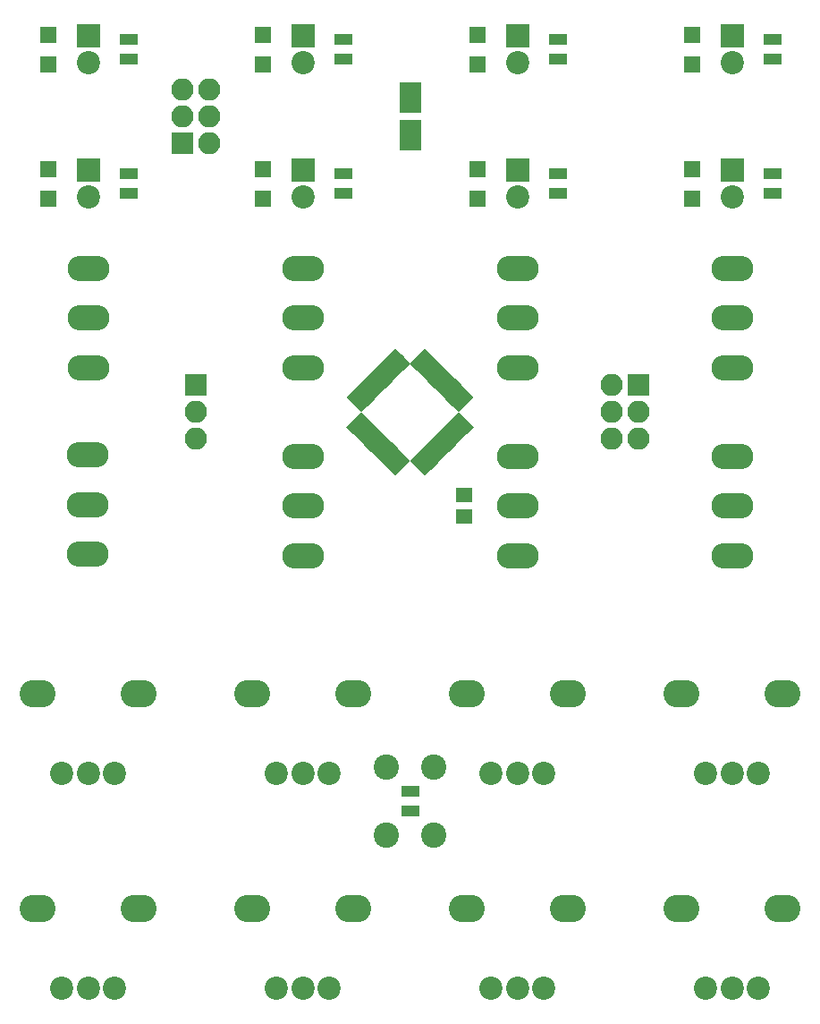
<source format=gbr>
G04 #@! TF.GenerationSoftware,KiCad,Pcbnew,5.0.0-fee4fd1~66~ubuntu16.04.1*
G04 #@! TF.CreationDate,2018-10-02T23:40:20+08:00*
G04 #@! TF.ProjectId,SubSequence,53756253657175656E63652E6B696361,rev?*
G04 #@! TF.SameCoordinates,Original*
G04 #@! TF.FileFunction,Soldermask,Bot*
G04 #@! TF.FilePolarity,Negative*
%FSLAX46Y46*%
G04 Gerber Fmt 4.6, Leading zero omitted, Abs format (unit mm)*
G04 Created by KiCad (PCBNEW 5.0.0-fee4fd1~66~ubuntu16.04.1) date Tue Oct  2 23:40:20 2018*
%MOMM*%
%LPD*%
G01*
G04 APERTURE LIST*
%ADD10C,2.400000*%
%ADD11R,2.000000X3.000000*%
%ADD12R,1.650000X1.400000*%
%ADD13R,1.500000X1.500000*%
%ADD14C,0.950000*%
%ADD15C,0.100000*%
%ADD16R,2.200000X2.200000*%
%ADD17C,2.200000*%
%ADD18O,3.400000X2.600000*%
%ADD19O,3.956000X2.432000*%
%ADD20O,2.100000X2.100000*%
%ADD21R,2.100000X2.100000*%
%ADD22R,1.700000X1.100000*%
G04 APERTURE END LIST*
D10*
G04 #@! TO.C,SW1*
X150149560Y-128810880D03*
X154649560Y-128810880D03*
X150149560Y-135310880D03*
X154649560Y-135310880D03*
G04 #@! TD*
D11*
G04 #@! TO.C,C4*
X152400000Y-69110000D03*
X152400000Y-65510000D03*
G04 #@! TD*
D12*
G04 #@! TO.C,C3*
X157480000Y-103140000D03*
X157480000Y-105140000D03*
G04 #@! TD*
D13*
G04 #@! TO.C,D15*
X158750000Y-72260000D03*
X158750000Y-75060000D03*
G04 #@! TD*
G04 #@! TO.C,D14*
X179070000Y-75060000D03*
X179070000Y-72260000D03*
G04 #@! TD*
G04 #@! TO.C,D13*
X179070000Y-59560000D03*
X179070000Y-62360000D03*
G04 #@! TD*
G04 #@! TO.C,D12*
X118110000Y-62360000D03*
X118110000Y-59560000D03*
G04 #@! TD*
G04 #@! TO.C,D11*
X118110000Y-72260000D03*
X118110000Y-75060000D03*
G04 #@! TD*
G04 #@! TO.C,D10*
X138430000Y-62360000D03*
X138430000Y-59560000D03*
G04 #@! TD*
G04 #@! TO.C,D9*
X138430000Y-72260000D03*
X138430000Y-75060000D03*
G04 #@! TD*
G04 #@! TO.C,D16*
X158750000Y-62360000D03*
X158750000Y-59560000D03*
G04 #@! TD*
D14*
G04 #@! TO.C,U1*
X147414897Y-96275305D03*
D15*
G36*
X147786128Y-95232322D02*
X148457880Y-95904074D01*
X147043666Y-97318288D01*
X146371914Y-96646536D01*
X147786128Y-95232322D01*
X147786128Y-95232322D01*
G37*
D14*
X147980583Y-96840990D03*
D15*
G36*
X148351814Y-95798007D02*
X149023566Y-96469759D01*
X147609352Y-97883973D01*
X146937600Y-97212221D01*
X148351814Y-95798007D01*
X148351814Y-95798007D01*
G37*
D14*
X148546268Y-97406676D03*
D15*
G36*
X148917499Y-96363693D02*
X149589251Y-97035445D01*
X148175037Y-98449659D01*
X147503285Y-97777907D01*
X148917499Y-96363693D01*
X148917499Y-96363693D01*
G37*
D14*
X149111953Y-97972361D03*
D15*
G36*
X149483184Y-96929378D02*
X150154936Y-97601130D01*
X148740722Y-99015344D01*
X148068970Y-98343592D01*
X149483184Y-96929378D01*
X149483184Y-96929378D01*
G37*
D14*
X149677639Y-98538047D03*
D15*
G36*
X150048870Y-97495064D02*
X150720622Y-98166816D01*
X149306408Y-99581030D01*
X148634656Y-98909278D01*
X150048870Y-97495064D01*
X150048870Y-97495064D01*
G37*
D14*
X150243324Y-99103732D03*
D15*
G36*
X150614555Y-98060749D02*
X151286307Y-98732501D01*
X149872093Y-100146715D01*
X149200341Y-99474963D01*
X150614555Y-98060749D01*
X150614555Y-98060749D01*
G37*
D14*
X150809010Y-99669417D03*
D15*
G36*
X151180241Y-98626434D02*
X151851993Y-99298186D01*
X150437779Y-100712400D01*
X149766027Y-100040648D01*
X151180241Y-98626434D01*
X151180241Y-98626434D01*
G37*
D14*
X151374695Y-100235103D03*
D15*
G36*
X151745926Y-99192120D02*
X152417678Y-99863872D01*
X151003464Y-101278086D01*
X150331712Y-100606334D01*
X151745926Y-99192120D01*
X151745926Y-99192120D01*
G37*
D14*
X153425305Y-100235103D03*
D15*
G36*
X152382322Y-99863872D02*
X153054074Y-99192120D01*
X154468288Y-100606334D01*
X153796536Y-101278086D01*
X152382322Y-99863872D01*
X152382322Y-99863872D01*
G37*
D14*
X153990990Y-99669417D03*
D15*
G36*
X152948007Y-99298186D02*
X153619759Y-98626434D01*
X155033973Y-100040648D01*
X154362221Y-100712400D01*
X152948007Y-99298186D01*
X152948007Y-99298186D01*
G37*
D14*
X154556676Y-99103732D03*
D15*
G36*
X153513693Y-98732501D02*
X154185445Y-98060749D01*
X155599659Y-99474963D01*
X154927907Y-100146715D01*
X153513693Y-98732501D01*
X153513693Y-98732501D01*
G37*
D14*
X155122361Y-98538047D03*
D15*
G36*
X154079378Y-98166816D02*
X154751130Y-97495064D01*
X156165344Y-98909278D01*
X155493592Y-99581030D01*
X154079378Y-98166816D01*
X154079378Y-98166816D01*
G37*
D14*
X155688047Y-97972361D03*
D15*
G36*
X154645064Y-97601130D02*
X155316816Y-96929378D01*
X156731030Y-98343592D01*
X156059278Y-99015344D01*
X154645064Y-97601130D01*
X154645064Y-97601130D01*
G37*
D14*
X156253732Y-97406676D03*
D15*
G36*
X155210749Y-97035445D02*
X155882501Y-96363693D01*
X157296715Y-97777907D01*
X156624963Y-98449659D01*
X155210749Y-97035445D01*
X155210749Y-97035445D01*
G37*
D14*
X156819417Y-96840990D03*
D15*
G36*
X155776434Y-96469759D02*
X156448186Y-95798007D01*
X157862400Y-97212221D01*
X157190648Y-97883973D01*
X155776434Y-96469759D01*
X155776434Y-96469759D01*
G37*
D14*
X157385103Y-96275305D03*
D15*
G36*
X156342120Y-95904074D02*
X157013872Y-95232322D01*
X158428086Y-96646536D01*
X157756334Y-97318288D01*
X156342120Y-95904074D01*
X156342120Y-95904074D01*
G37*
D14*
X157385103Y-94224695D03*
D15*
G36*
X157756334Y-93181712D02*
X158428086Y-93853464D01*
X157013872Y-95267678D01*
X156342120Y-94595926D01*
X157756334Y-93181712D01*
X157756334Y-93181712D01*
G37*
D14*
X156819417Y-93659010D03*
D15*
G36*
X157190648Y-92616027D02*
X157862400Y-93287779D01*
X156448186Y-94701993D01*
X155776434Y-94030241D01*
X157190648Y-92616027D01*
X157190648Y-92616027D01*
G37*
D14*
X156253732Y-93093324D03*
D15*
G36*
X156624963Y-92050341D02*
X157296715Y-92722093D01*
X155882501Y-94136307D01*
X155210749Y-93464555D01*
X156624963Y-92050341D01*
X156624963Y-92050341D01*
G37*
D14*
X155688047Y-92527639D03*
D15*
G36*
X156059278Y-91484656D02*
X156731030Y-92156408D01*
X155316816Y-93570622D01*
X154645064Y-92898870D01*
X156059278Y-91484656D01*
X156059278Y-91484656D01*
G37*
D14*
X155122361Y-91961953D03*
D15*
G36*
X155493592Y-90918970D02*
X156165344Y-91590722D01*
X154751130Y-93004936D01*
X154079378Y-92333184D01*
X155493592Y-90918970D01*
X155493592Y-90918970D01*
G37*
D14*
X154556676Y-91396268D03*
D15*
G36*
X154927907Y-90353285D02*
X155599659Y-91025037D01*
X154185445Y-92439251D01*
X153513693Y-91767499D01*
X154927907Y-90353285D01*
X154927907Y-90353285D01*
G37*
D14*
X153990990Y-90830583D03*
D15*
G36*
X154362221Y-89787600D02*
X155033973Y-90459352D01*
X153619759Y-91873566D01*
X152948007Y-91201814D01*
X154362221Y-89787600D01*
X154362221Y-89787600D01*
G37*
D14*
X153425305Y-90264897D03*
D15*
G36*
X153796536Y-89221914D02*
X154468288Y-89893666D01*
X153054074Y-91307880D01*
X152382322Y-90636128D01*
X153796536Y-89221914D01*
X153796536Y-89221914D01*
G37*
D14*
X151374695Y-90264897D03*
D15*
G36*
X150331712Y-89893666D02*
X151003464Y-89221914D01*
X152417678Y-90636128D01*
X151745926Y-91307880D01*
X150331712Y-89893666D01*
X150331712Y-89893666D01*
G37*
D14*
X150809010Y-90830583D03*
D15*
G36*
X149766027Y-90459352D02*
X150437779Y-89787600D01*
X151851993Y-91201814D01*
X151180241Y-91873566D01*
X149766027Y-90459352D01*
X149766027Y-90459352D01*
G37*
D14*
X150243324Y-91396268D03*
D15*
G36*
X149200341Y-91025037D02*
X149872093Y-90353285D01*
X151286307Y-91767499D01*
X150614555Y-92439251D01*
X149200341Y-91025037D01*
X149200341Y-91025037D01*
G37*
D14*
X149677639Y-91961953D03*
D15*
G36*
X148634656Y-91590722D02*
X149306408Y-90918970D01*
X150720622Y-92333184D01*
X150048870Y-93004936D01*
X148634656Y-91590722D01*
X148634656Y-91590722D01*
G37*
D14*
X149111953Y-92527639D03*
D15*
G36*
X148068970Y-92156408D02*
X148740722Y-91484656D01*
X150154936Y-92898870D01*
X149483184Y-93570622D01*
X148068970Y-92156408D01*
X148068970Y-92156408D01*
G37*
D14*
X148546268Y-93093324D03*
D15*
G36*
X147503285Y-92722093D02*
X148175037Y-92050341D01*
X149589251Y-93464555D01*
X148917499Y-94136307D01*
X147503285Y-92722093D01*
X147503285Y-92722093D01*
G37*
D14*
X147980583Y-93659010D03*
D15*
G36*
X146937600Y-93287779D02*
X147609352Y-92616027D01*
X149023566Y-94030241D01*
X148351814Y-94701993D01*
X146937600Y-93287779D01*
X146937600Y-93287779D01*
G37*
D14*
X147414897Y-94224695D03*
D15*
G36*
X146371914Y-93853464D02*
X147043666Y-93181712D01*
X148457880Y-94595926D01*
X147786128Y-95267678D01*
X146371914Y-93853464D01*
X146371914Y-93853464D01*
G37*
G04 #@! TD*
D16*
G04 #@! TO.C,D8*
X142240000Y-72390000D03*
D17*
X142240000Y-74930000D03*
G04 #@! TD*
G04 #@! TO.C,D7*
X142240000Y-62230000D03*
D16*
X142240000Y-59690000D03*
G04 #@! TD*
G04 #@! TO.C,D6*
X121920000Y-72390000D03*
D17*
X121920000Y-74930000D03*
G04 #@! TD*
G04 #@! TO.C,D5*
X121920000Y-62230000D03*
D16*
X121920000Y-59690000D03*
G04 #@! TD*
G04 #@! TO.C,D3*
X182880000Y-72390000D03*
D17*
X182880000Y-74930000D03*
G04 #@! TD*
G04 #@! TO.C,D2*
X162560000Y-74930000D03*
D16*
X162560000Y-72390000D03*
G04 #@! TD*
G04 #@! TO.C,D1*
X162560000Y-59690000D03*
D17*
X162560000Y-62230000D03*
G04 #@! TD*
G04 #@! TO.C,D4*
X182880000Y-62230000D03*
D16*
X182880000Y-59690000D03*
G04 #@! TD*
D18*
G04 #@! TO.C,RV3*
X147040000Y-142240000D03*
D17*
X139740000Y-149740010D03*
X142280000Y-149740010D03*
X144740000Y-149740010D03*
D18*
X137440000Y-142240000D03*
G04 #@! TD*
G04 #@! TO.C,RV5*
X117120000Y-142240000D03*
D17*
X124420000Y-149740010D03*
X121960000Y-149740010D03*
X119420000Y-149740010D03*
D18*
X126720000Y-142240000D03*
G04 #@! TD*
G04 #@! TO.C,RV1*
X167360000Y-121920000D03*
D17*
X160060000Y-129420010D03*
X162600000Y-129420010D03*
X165060000Y-129420010D03*
D18*
X157760000Y-121920000D03*
G04 #@! TD*
G04 #@! TO.C,RV2*
X157760000Y-142240000D03*
D17*
X165060000Y-149740010D03*
X162600000Y-149740010D03*
X160060000Y-149740010D03*
D18*
X167360000Y-142240000D03*
G04 #@! TD*
G04 #@! TO.C,RV4*
X147040000Y-121920000D03*
D17*
X139740000Y-129420010D03*
X142280000Y-129420010D03*
X144740000Y-129420010D03*
D18*
X137440000Y-121920000D03*
G04 #@! TD*
G04 #@! TO.C,RV6*
X117120000Y-121920000D03*
D17*
X124420000Y-129420010D03*
X121960000Y-129420010D03*
X119420000Y-129420010D03*
D18*
X126720000Y-121920000D03*
G04 #@! TD*
G04 #@! TO.C,RV7*
X187680000Y-121920000D03*
D17*
X180380000Y-129420010D03*
X182920000Y-129420010D03*
X185380000Y-129420010D03*
D18*
X178080000Y-121920000D03*
G04 #@! TD*
G04 #@! TO.C,RV8*
X178080000Y-142240000D03*
D17*
X185380000Y-149740010D03*
X182920000Y-149740010D03*
X180380000Y-149740010D03*
D18*
X187680000Y-142240000D03*
G04 #@! TD*
D19*
G04 #@! TO.C,SW2*
X142240000Y-108840000D03*
X142240000Y-104140000D03*
X142240000Y-99440000D03*
G04 #@! TD*
G04 #@! TO.C,SW3*
X142240000Y-81660000D03*
X142240000Y-86360000D03*
X142240000Y-91060000D03*
G04 #@! TD*
G04 #@! TO.C,SW4*
X121838000Y-108714000D03*
X121838000Y-104014000D03*
X121838000Y-99314000D03*
G04 #@! TD*
G04 #@! TO.C,SW5*
X121920000Y-81660000D03*
X121920000Y-86360000D03*
X121920000Y-91060000D03*
G04 #@! TD*
G04 #@! TO.C,SW7*
X182880000Y-108840000D03*
X182880000Y-104140000D03*
X182880000Y-99440000D03*
G04 #@! TD*
G04 #@! TO.C,SW8*
X162560000Y-99440000D03*
X162560000Y-104140000D03*
X162560000Y-108840000D03*
G04 #@! TD*
G04 #@! TO.C,SW9*
X162560000Y-91060000D03*
X162560000Y-86360000D03*
X162560000Y-81660000D03*
G04 #@! TD*
G04 #@! TO.C,SW6*
X182880000Y-81660000D03*
X182880000Y-86360000D03*
X182880000Y-91060000D03*
G04 #@! TD*
D20*
G04 #@! TO.C,J3*
X132080000Y-97790000D03*
X132080000Y-95250000D03*
D21*
X132080000Y-92710000D03*
G04 #@! TD*
G04 #@! TO.C,J1*
X130810000Y-69850000D03*
D20*
X133350000Y-69850000D03*
X130810000Y-67310000D03*
X133350000Y-67310000D03*
X130810000Y-64770000D03*
X133350000Y-64770000D03*
G04 #@! TD*
G04 #@! TO.C,J2*
X171450000Y-97790000D03*
X173990000Y-97790000D03*
X171450000Y-95250000D03*
X173990000Y-95250000D03*
X171450000Y-92710000D03*
D21*
X173990000Y-92710000D03*
G04 #@! TD*
D22*
G04 #@! TO.C,R2*
X166370000Y-61910000D03*
X166370000Y-60010000D03*
G04 #@! TD*
G04 #@! TO.C,R5*
X186690000Y-60010000D03*
X186690000Y-61910000D03*
G04 #@! TD*
G04 #@! TO.C,R6*
X125730000Y-61910000D03*
X125730000Y-60010000D03*
G04 #@! TD*
G04 #@! TO.C,R7*
X125730000Y-72710000D03*
X125730000Y-74610000D03*
G04 #@! TD*
G04 #@! TO.C,R8*
X146050000Y-61910000D03*
X146050000Y-60010000D03*
G04 #@! TD*
G04 #@! TO.C,R9*
X146050000Y-72710000D03*
X146050000Y-74610000D03*
G04 #@! TD*
G04 #@! TO.C,R4*
X186690000Y-74610000D03*
X186690000Y-72710000D03*
G04 #@! TD*
G04 #@! TO.C,R3*
X166370000Y-72710000D03*
X166370000Y-74610000D03*
G04 #@! TD*
G04 #@! TO.C,R1*
X152420320Y-131112220D03*
X152420320Y-133012220D03*
G04 #@! TD*
M02*

</source>
